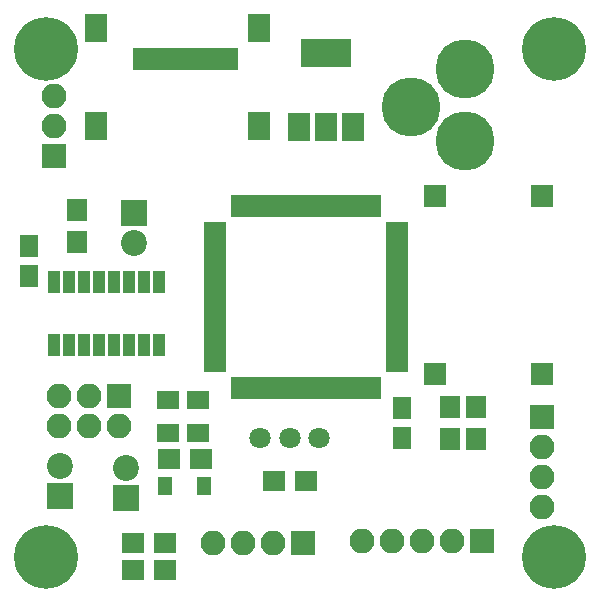
<source format=gbr>
G04 #@! TF.FileFunction,Soldermask,Top*
%FSLAX46Y46*%
G04 Gerber Fmt 4.6, Leading zero omitted, Abs format (unit mm)*
G04 Created by KiCad (PCBNEW 4.0.5) date 03/19/17 17:23:27*
%MOMM*%
%LPD*%
G01*
G04 APERTURE LIST*
%ADD10C,0.100000*%
%ADD11R,1.000000X1.900000*%
%ADD12R,1.200000X1.900000*%
%ADD13R,1.850000X2.400000*%
%ADD14R,1.900000X0.700000*%
%ADD15R,0.700000X1.900000*%
%ADD16R,1.900000X1.700000*%
%ADD17C,1.797000*%
%ADD18C,5.400000*%
%ADD19R,1.900000X1.650000*%
%ADD20R,1.300000X1.600000*%
%ADD21R,1.700000X1.900000*%
%ADD22R,2.100000X2.100000*%
%ADD23O,2.100000X2.100000*%
%ADD24R,2.200000X2.200000*%
%ADD25C,2.200000*%
%ADD26R,4.200000X2.400000*%
%ADD27R,1.900000X2.400000*%
%ADD28R,1.650000X1.900000*%
%ADD29C,5.000000*%
%ADD30R,1.924000X1.924000*%
G04 APERTURE END LIST*
D10*
D11*
X3683000Y-28100000D03*
X4953000Y-28100000D03*
X6223000Y-28100000D03*
X7493000Y-28100000D03*
X8763000Y-28100000D03*
X10033000Y-28100000D03*
X11303000Y-28100000D03*
X12573000Y-28100000D03*
X12573000Y-22700000D03*
X11303000Y-22700000D03*
X10033000Y-22700000D03*
X8763000Y-22700000D03*
X7493000Y-22700000D03*
X6223000Y-22700000D03*
X4953000Y-22700000D03*
X3683000Y-22700000D03*
D12*
X10927080Y-3865880D03*
X12026900Y-3865880D03*
X13126720Y-3865880D03*
X14226540Y-3865880D03*
X15326360Y-3865880D03*
X16426180Y-3865880D03*
X17526000Y-3865880D03*
X18625820Y-3865880D03*
D13*
X7255220Y-1265880D03*
X21005220Y-1265880D03*
X7255220Y-9565880D03*
X21005220Y-9565880D03*
D14*
X17300000Y-18000000D03*
X17300000Y-18500000D03*
X17300000Y-19000000D03*
X17300000Y-19500000D03*
X17300000Y-20000000D03*
X17300000Y-20500000D03*
X17300000Y-21000000D03*
X17300000Y-21500000D03*
X17300000Y-22000000D03*
X17300000Y-22500000D03*
X17300000Y-23000000D03*
X17300000Y-23500000D03*
X17300000Y-24000000D03*
X17300000Y-24500000D03*
X17300000Y-25000000D03*
X17300000Y-25500000D03*
X17300000Y-26000000D03*
X17300000Y-26500000D03*
X17300000Y-27000000D03*
X17300000Y-27500000D03*
X17300000Y-28000000D03*
X17300000Y-28500000D03*
X17300000Y-29000000D03*
X17300000Y-29500000D03*
X17300000Y-30000000D03*
D15*
X19000000Y-31700000D03*
X19500000Y-31700000D03*
X20000000Y-31700000D03*
X20500000Y-31700000D03*
X21000000Y-31700000D03*
X21500000Y-31700000D03*
X22000000Y-31700000D03*
X22500000Y-31700000D03*
X23000000Y-31700000D03*
X23500000Y-31700000D03*
X24000000Y-31700000D03*
X24500000Y-31700000D03*
X25000000Y-31700000D03*
X25500000Y-31700000D03*
X26000000Y-31700000D03*
X26500000Y-31700000D03*
X27000000Y-31700000D03*
X27500000Y-31700000D03*
X28000000Y-31700000D03*
X28500000Y-31700000D03*
X29000000Y-31700000D03*
X29500000Y-31700000D03*
X30000000Y-31700000D03*
X30500000Y-31700000D03*
X31000000Y-31700000D03*
D14*
X32700000Y-30000000D03*
X32700000Y-29500000D03*
X32700000Y-29000000D03*
X32700000Y-28500000D03*
X32700000Y-28000000D03*
X32700000Y-27500000D03*
X32700000Y-27000000D03*
X32700000Y-26500000D03*
X32700000Y-26000000D03*
X32700000Y-25500000D03*
X32700000Y-25000000D03*
X32700000Y-24500000D03*
X32700000Y-24000000D03*
X32700000Y-23500000D03*
X32700000Y-23000000D03*
X32700000Y-22500000D03*
X32700000Y-22000000D03*
X32700000Y-21500000D03*
X32700000Y-21000000D03*
X32700000Y-20500000D03*
X32700000Y-20000000D03*
X32700000Y-19500000D03*
X32700000Y-19000000D03*
X32700000Y-18500000D03*
X32700000Y-18000000D03*
D15*
X31000000Y-16300000D03*
X30500000Y-16300000D03*
X30000000Y-16300000D03*
X29500000Y-16300000D03*
X29000000Y-16300000D03*
X28500000Y-16300000D03*
X28000000Y-16300000D03*
X27500000Y-16300000D03*
X27000000Y-16300000D03*
X26500000Y-16300000D03*
X26000000Y-16300000D03*
X25500000Y-16300000D03*
X25000000Y-16300000D03*
X24500000Y-16300000D03*
X24000000Y-16300000D03*
X23500000Y-16300000D03*
X23000000Y-16300000D03*
X22500000Y-16300000D03*
X22000000Y-16300000D03*
X21500000Y-16300000D03*
X21000000Y-16300000D03*
X20500000Y-16300000D03*
X20000000Y-16300000D03*
X19500000Y-16300000D03*
X19000000Y-16300000D03*
D16*
X24972000Y-39624000D03*
X22272000Y-39624000D03*
D17*
X21122640Y-35941000D03*
X26121360Y-35941000D03*
X23622000Y-35941000D03*
D18*
X46000000Y-46000000D03*
X3000000Y-46000000D03*
X3000000Y-3000000D03*
X46000000Y-3000000D03*
D19*
X15855000Y-35560000D03*
X13355000Y-35560000D03*
D20*
X16382000Y-40005000D03*
X13082000Y-40005000D03*
D16*
X13382000Y-37719000D03*
X16082000Y-37719000D03*
D21*
X37211000Y-33321000D03*
X37211000Y-36021000D03*
X39370000Y-33321000D03*
X39370000Y-36021000D03*
D22*
X44958000Y-34163000D03*
D23*
X44958000Y-36703000D03*
X44958000Y-39243000D03*
X44958000Y-41783000D03*
D24*
X10414000Y-16891000D03*
D25*
X10414000Y-19431000D03*
D21*
X5588000Y-16684000D03*
X5588000Y-19384000D03*
D26*
X26670000Y-3327000D03*
D27*
X26670000Y-9627000D03*
X28970000Y-9627000D03*
X24370000Y-9627000D03*
D22*
X9144000Y-32385000D03*
D23*
X9144000Y-34925000D03*
X6604000Y-32385000D03*
X6604000Y-34925000D03*
X4064000Y-32385000D03*
X4064000Y-34925000D03*
D19*
X13355000Y-32766000D03*
X15855000Y-32766000D03*
D28*
X1524000Y-22205000D03*
X1524000Y-19705000D03*
X33147000Y-33421000D03*
X33147000Y-35921000D03*
D29*
X38481000Y-4699000D03*
X38481000Y-10799000D03*
X33881000Y-7899000D03*
D22*
X24765000Y-44831000D03*
D23*
X22225000Y-44831000D03*
X19685000Y-44831000D03*
X17145000Y-44831000D03*
D24*
X4191000Y-40894000D03*
D25*
X4191000Y-38354000D03*
D24*
X9779000Y-41021000D03*
D25*
X9779000Y-38481000D03*
D16*
X10334000Y-44831000D03*
X13034000Y-44831000D03*
X10334000Y-47117000D03*
X13034000Y-47117000D03*
D22*
X39878000Y-44704000D03*
D23*
X37338000Y-44704000D03*
X34798000Y-44704000D03*
X32258000Y-44704000D03*
X29718000Y-44704000D03*
D30*
X44958000Y-15494000D03*
X35958000Y-15494000D03*
X44958000Y-30494000D03*
X35958000Y-30494000D03*
D22*
X3683000Y-12065000D03*
D23*
X3683000Y-9525000D03*
X3683000Y-6985000D03*
M02*

</source>
